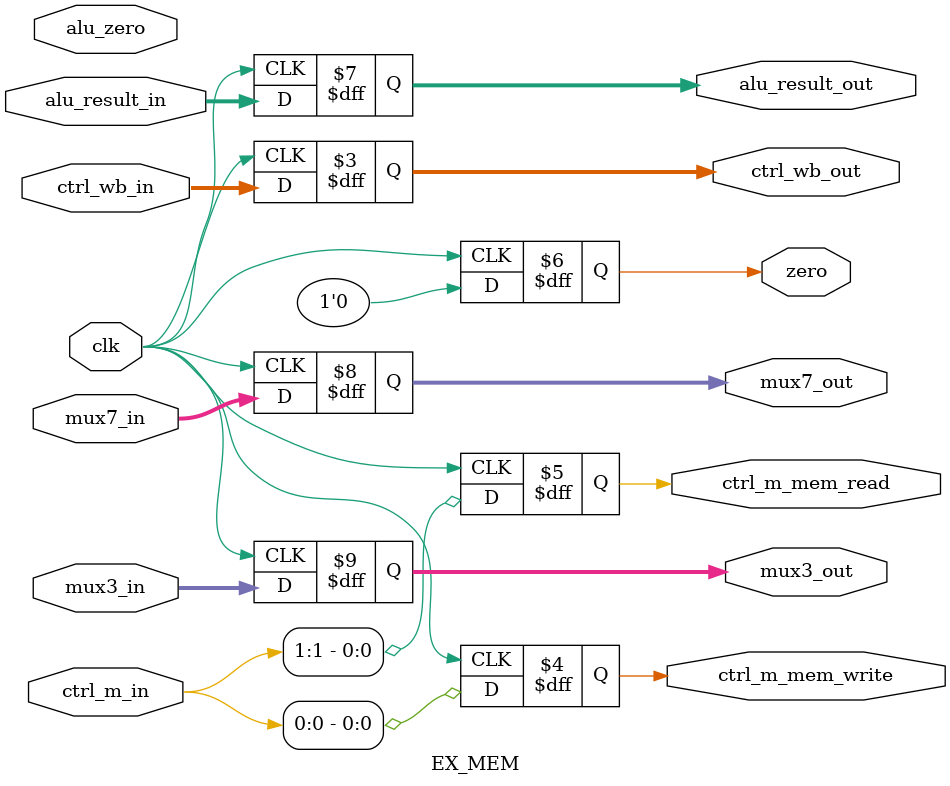
<source format=v>
module EX_MEM(
	input clk,
	input	[1:0]	ctrl_wb_in,
	input	[1:0]	ctrl_m_in,
	input	alu_zero,
	input	[31:0]	alu_result_in,
	input	[31:0]	mux7_in,
	input	[4:0]	mux3_in,
	output	reg	[1:0]	ctrl_wb_out,
	output	reg		ctrl_m_mem_write, //size 1
	output	reg		ctrl_m_mem_read, //size 1
	output	reg	zero,
	output	reg	[31:0]	alu_result_out,
	output	reg	[31:0]	mux7_out,
	output	reg [4:0]	mux3_out
);

initial begin
	ctrl_wb_out	<=	0;
	ctrl_m_mem_write	<=	0;
	ctrl_m_mem_read		<=	0;
	zero 	<=	0;
	alu_result_out	<=	0;
	mux7_out	<=	0;
	mux3_out	<=	0;
end

always	@	(posedge	clk)
	begin
		ctrl_wb_out	<=	ctrl_wb_in;
		ctrl_m_mem_write	<=	ctrl_m_in[0];
		ctrl_m_mem_read		<=	ctrl_m_in[1];
		zero 	<=	0;
		alu_result_out	<=	alu_result_in;
		mux7_out	<=	mux7_in;
		mux3_out	<=	mux3_in;
	end
endmodule
</source>
